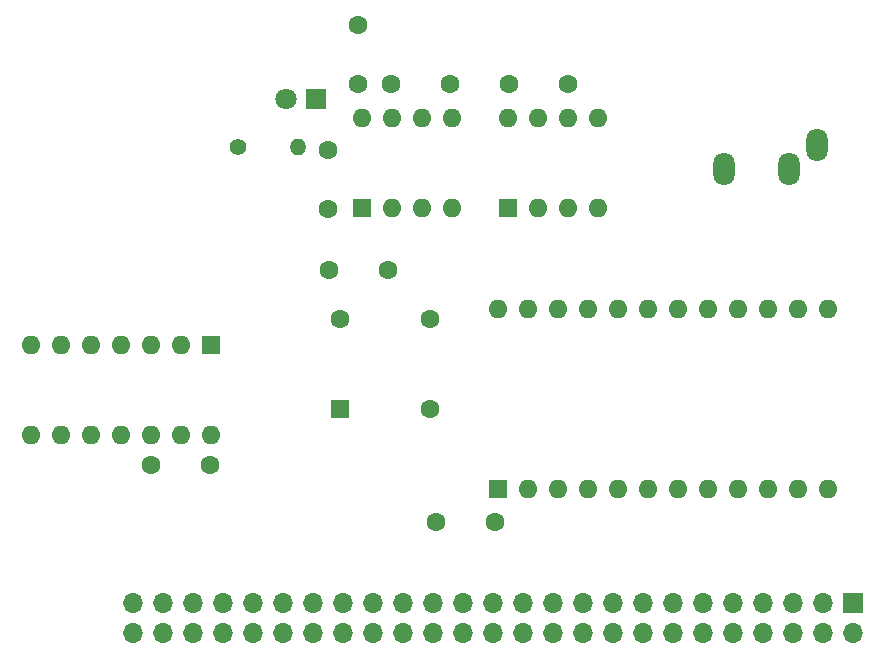
<source format=gbr>
%TF.GenerationSoftware,KiCad,Pcbnew,(5.1.10-1-10_14)*%
%TF.CreationDate,2021-08-31T23:45:51+02:00*%
%TF.ProjectId,opl2_board,6f706c32-5f62-46f6-9172-642e6b696361,rev?*%
%TF.SameCoordinates,Original*%
%TF.FileFunction,Soldermask,Top*%
%TF.FilePolarity,Negative*%
%FSLAX46Y46*%
G04 Gerber Fmt 4.6, Leading zero omitted, Abs format (unit mm)*
G04 Created by KiCad (PCBNEW (5.1.10-1-10_14)) date 2021-08-31 23:45:51*
%MOMM*%
%LPD*%
G01*
G04 APERTURE LIST*
%ADD10O,1.400000X1.400000*%
%ADD11C,1.400000*%
%ADD12C,1.800000*%
%ADD13R,1.800000X1.800000*%
%ADD14C,1.600000*%
%ADD15R,1.600000X1.600000*%
%ADD16O,1.600000X1.600000*%
%ADD17O,1.800000X2.800000*%
%ADD18O,1.700000X1.700000*%
%ADD19R,1.700000X1.700000*%
G04 APERTURE END LIST*
D10*
%TO.C,R2*%
X31242000Y45212000D03*
D11*
X26162000Y45212000D03*
%TD*%
D12*
%TO.C,D2*%
X30226000Y49276000D03*
D13*
X32766000Y49276000D03*
%TD*%
D14*
%TO.C,C7*%
X47926000Y13462000D03*
X42926000Y13462000D03*
%TD*%
%TO.C,C6*%
X49102000Y50546000D03*
X54102000Y50546000D03*
%TD*%
%TO.C,C5*%
X36322000Y55546000D03*
X36322000Y50546000D03*
%TD*%
%TO.C,C4*%
X44116000Y50546000D03*
X39116000Y50546000D03*
%TD*%
%TO.C,C3*%
X23796000Y18288000D03*
X18796000Y18288000D03*
%TD*%
%TO.C,C2*%
X33862000Y34798000D03*
X38862000Y34798000D03*
%TD*%
%TO.C,C1*%
X33782000Y39958000D03*
X33782000Y44958000D03*
%TD*%
%TO.C,X1*%
X42418000Y23050500D03*
X42418000Y30670500D03*
X34798000Y30670500D03*
D15*
X34798000Y23050500D03*
%TD*%
D16*
%TO.C,U4*%
X48958500Y47688500D03*
X56578500Y40068500D03*
X51498500Y47688500D03*
X54038500Y40068500D03*
X54038500Y47688500D03*
X51498500Y40068500D03*
X56578500Y47688500D03*
D15*
X48958500Y40068500D03*
%TD*%
D16*
%TO.C,U3*%
X36639500Y47688500D03*
X44259500Y40068500D03*
X39179500Y47688500D03*
X41719500Y40068500D03*
X41719500Y47688500D03*
X39179500Y40068500D03*
X44259500Y47688500D03*
D15*
X36639500Y40068500D03*
%TD*%
D16*
%TO.C,U2*%
X48133000Y31559500D03*
X76073000Y16319500D03*
X50673000Y31559500D03*
X73533000Y16319500D03*
X53213000Y31559500D03*
X70993000Y16319500D03*
X55753000Y31559500D03*
X68453000Y16319500D03*
X58293000Y31559500D03*
X65913000Y16319500D03*
X60833000Y31559500D03*
X63373000Y16319500D03*
X63373000Y31559500D03*
X60833000Y16319500D03*
X65913000Y31559500D03*
X58293000Y16319500D03*
X68453000Y31559500D03*
X55753000Y16319500D03*
X70993000Y31559500D03*
X53213000Y16319500D03*
X73533000Y31559500D03*
X50673000Y16319500D03*
X76073000Y31559500D03*
D15*
X48133000Y16319500D03*
%TD*%
D16*
%TO.C,U1*%
X23812500Y20828000D03*
X8572500Y28448000D03*
X21272500Y20828000D03*
X11112500Y28448000D03*
X18732500Y20828000D03*
X13652500Y28448000D03*
X16192500Y20828000D03*
X16192500Y28448000D03*
X13652500Y20828000D03*
X18732500Y28448000D03*
X11112500Y20828000D03*
X21272500Y28448000D03*
X8572500Y20828000D03*
D15*
X23812500Y28448000D03*
%TD*%
D17*
%TO.C,J2*%
X67284000Y43402500D03*
X72784000Y43402500D03*
X75184000Y45402500D03*
%TD*%
D18*
%TO.C,J1*%
X17272000Y4064000D03*
X17272000Y6604000D03*
X19812000Y4064000D03*
X19812000Y6604000D03*
X22352000Y4064000D03*
X22352000Y6604000D03*
X24892000Y4064000D03*
X24892000Y6604000D03*
X27432000Y4064000D03*
X27432000Y6604000D03*
X29972000Y4064000D03*
X29972000Y6604000D03*
X32512000Y4064000D03*
X32512000Y6604000D03*
X35052000Y4064000D03*
X35052000Y6604000D03*
X37592000Y4064000D03*
X37592000Y6604000D03*
X40132000Y4064000D03*
X40132000Y6604000D03*
X42672000Y4064000D03*
X42672000Y6604000D03*
X45212000Y4064000D03*
X45212000Y6604000D03*
X47752000Y4064000D03*
X47752000Y6604000D03*
X50292000Y4064000D03*
X50292000Y6604000D03*
X52832000Y4064000D03*
X52832000Y6604000D03*
X55372000Y4064000D03*
X55372000Y6604000D03*
X57912000Y4064000D03*
X57912000Y6604000D03*
X60452000Y4064000D03*
X60452000Y6604000D03*
X62992000Y4064000D03*
X62992000Y6604000D03*
X65532000Y4064000D03*
X65532000Y6604000D03*
X68072000Y4064000D03*
X68072000Y6604000D03*
X70612000Y4064000D03*
X70612000Y6604000D03*
X73152000Y4064000D03*
X73152000Y6604000D03*
X75692000Y4064000D03*
X75692000Y6604000D03*
X78232000Y4064000D03*
D19*
X78232000Y6604000D03*
%TD*%
M02*

</source>
